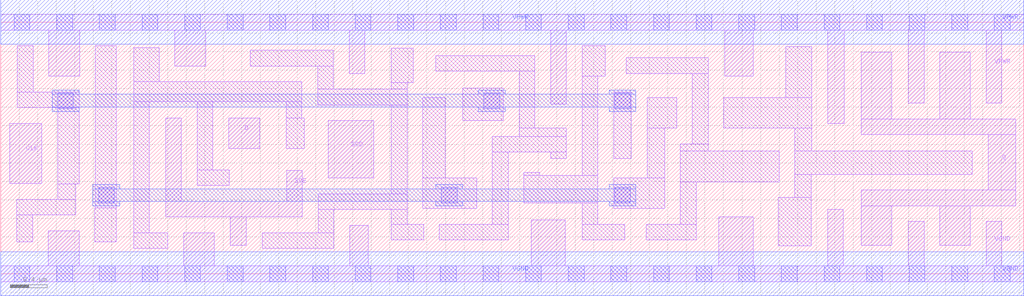
<source format=lef>
# Copyright 2020 The SkyWater PDK Authors
#
# Licensed under the Apache License, Version 2.0 (the "License");
# you may not use this file except in compliance with the License.
# You may obtain a copy of the License at
#
#     https://www.apache.org/licenses/LICENSE-2.0
#
# Unless required by applicable law or agreed to in writing, software
# distributed under the License is distributed on an "AS IS" BASIS,
# WITHOUT WARRANTIES OR CONDITIONS OF ANY KIND, either express or implied.
# See the License for the specific language governing permissions and
# limitations under the License.
#
# SPDX-License-Identifier: Apache-2.0

VERSION 5.7 ;
  NAMESCASESENSITIVE ON ;
  NOWIREEXTENSIONATPIN ON ;
  DIVIDERCHAR "/" ;
  BUSBITCHARS "[]" ;
UNITS
  DATABASE MICRONS 200 ;
END UNITS
MACRO sky130_fd_sc_hd__sdfxtp_4
  CLASS CORE ;
  SOURCE USER ;
  FOREIGN sky130_fd_sc_hd__sdfxtp_4 ;
  ORIGIN  0.000000  0.000000 ;
  SIZE  11.04000 BY  2.720000 ;
  SYMMETRY X Y R90 ;
  SITE unithd ;
  PIN D
    ANTENNAGATEAREA  0.159000 ;
    DIRECTION INPUT ;
    USE SIGNAL ;
    PORT
      LAYER li1 ;
        RECT 2.460000 1.355000 2.795000 1.685000 ;
    END
  END D
  PIN Q
    ANTENNADIFFAREA  0.891000 ;
    DIRECTION OUTPUT ;
    USE SIGNAL ;
    PORT
      LAYER li1 ;
        RECT  9.285000 0.305000  9.615000 0.735000 ;
        RECT  9.285000 0.735000 10.955000 0.905000 ;
        RECT  9.285000 1.505000 10.955000 1.675000 ;
        RECT  9.285000 1.675000  9.615000 2.395000 ;
        RECT 10.135000 0.305000 10.465000 0.735000 ;
        RECT 10.135000 1.675000 10.465000 2.395000 ;
        RECT 10.655000 0.905000 10.955000 1.505000 ;
    END
  END Q
  PIN SCD
    ANTENNAGATEAREA  0.159000 ;
    DIRECTION INPUT ;
    USE SIGNAL ;
    PORT
      LAYER li1 ;
        RECT 3.535000 1.035000 4.025000 1.655000 ;
    END
  END SCD
  PIN SCE
    ANTENNAGATEAREA  0.318000 ;
    DIRECTION INPUT ;
    USE SIGNAL ;
    PORT
      LAYER li1 ;
        RECT 1.780000 0.615000 3.255000 0.785000 ;
        RECT 1.780000 0.785000 1.950000 1.685000 ;
        RECT 2.475000 0.305000 2.650000 0.615000 ;
        RECT 3.085000 0.785000 3.255000 1.115000 ;
    END
  END SCE
  PIN CLK
    ANTENNAGATEAREA  0.159000 ;
    DIRECTION INPUT ;
    USE CLOCK ;
    PORT
      LAYER li1 ;
        RECT 0.095000 0.975000 0.445000 1.625000 ;
    END
  END CLK
  PIN VGND
    DIRECTION INOUT ;
    SHAPE ABUTMENT ;
    USE GROUND ;
    PORT
      LAYER li1 ;
        RECT  0.000000 -0.085000 11.040000 0.085000 ;
        RECT  0.515000  0.085000  0.845000 0.465000 ;
        RECT  1.975000  0.085000  2.305000 0.445000 ;
        RECT  3.765000  0.085000  3.965000 0.525000 ;
        RECT  5.725000  0.085000  6.095000 0.585000 ;
        RECT  7.750000  0.085000  8.120000 0.615000 ;
        RECT  8.925000  0.085000  9.095000 0.695000 ;
        RECT  9.795000  0.085000  9.965000 0.565000 ;
        RECT 10.635000  0.085000 10.805000 0.565000 ;
      LAYER mcon ;
        RECT  0.145000 -0.085000  0.315000 0.085000 ;
        RECT  0.605000 -0.085000  0.775000 0.085000 ;
        RECT  1.065000 -0.085000  1.235000 0.085000 ;
        RECT  1.525000 -0.085000  1.695000 0.085000 ;
        RECT  1.985000 -0.085000  2.155000 0.085000 ;
        RECT  2.445000 -0.085000  2.615000 0.085000 ;
        RECT  2.905000 -0.085000  3.075000 0.085000 ;
        RECT  3.365000 -0.085000  3.535000 0.085000 ;
        RECT  3.825000 -0.085000  3.995000 0.085000 ;
        RECT  4.285000 -0.085000  4.455000 0.085000 ;
        RECT  4.745000 -0.085000  4.915000 0.085000 ;
        RECT  5.205000 -0.085000  5.375000 0.085000 ;
        RECT  5.665000 -0.085000  5.835000 0.085000 ;
        RECT  6.125000 -0.085000  6.295000 0.085000 ;
        RECT  6.585000 -0.085000  6.755000 0.085000 ;
        RECT  7.045000 -0.085000  7.215000 0.085000 ;
        RECT  7.505000 -0.085000  7.675000 0.085000 ;
        RECT  7.965000 -0.085000  8.135000 0.085000 ;
        RECT  8.425000 -0.085000  8.595000 0.085000 ;
        RECT  8.885000 -0.085000  9.055000 0.085000 ;
        RECT  9.345000 -0.085000  9.515000 0.085000 ;
        RECT  9.805000 -0.085000  9.975000 0.085000 ;
        RECT 10.265000 -0.085000 10.435000 0.085000 ;
        RECT 10.725000 -0.085000 10.895000 0.085000 ;
      LAYER met1 ;
        RECT 0.000000 -0.240000 11.040000 0.240000 ;
    END
  END VGND
  PIN VPWR
    DIRECTION INOUT ;
    SHAPE ABUTMENT ;
    USE POWER ;
    PORT
      LAYER li1 ;
        RECT  0.000000 2.635000 11.040000 2.805000 ;
        RECT  0.520000 2.135000  0.850000 2.635000 ;
        RECT  1.880000 2.245000  2.210000 2.635000 ;
        RECT  3.760000 2.165000  3.930000 2.635000 ;
        RECT  5.935000 1.835000  6.105000 2.635000 ;
        RECT  7.815000 2.135000  8.120000 2.635000 ;
        RECT  8.925000 1.625000  9.105000 2.635000 ;
        RECT  9.795000 1.845000  9.965000 2.635000 ;
        RECT 10.635000 1.845000 10.805000 2.635000 ;
      LAYER mcon ;
        RECT  0.145000 2.635000  0.315000 2.805000 ;
        RECT  0.605000 2.635000  0.775000 2.805000 ;
        RECT  1.065000 2.635000  1.235000 2.805000 ;
        RECT  1.525000 2.635000  1.695000 2.805000 ;
        RECT  1.985000 2.635000  2.155000 2.805000 ;
        RECT  2.445000 2.635000  2.615000 2.805000 ;
        RECT  2.905000 2.635000  3.075000 2.805000 ;
        RECT  3.365000 2.635000  3.535000 2.805000 ;
        RECT  3.825000 2.635000  3.995000 2.805000 ;
        RECT  4.285000 2.635000  4.455000 2.805000 ;
        RECT  4.745000 2.635000  4.915000 2.805000 ;
        RECT  5.205000 2.635000  5.375000 2.805000 ;
        RECT  5.665000 2.635000  5.835000 2.805000 ;
        RECT  6.125000 2.635000  6.295000 2.805000 ;
        RECT  6.585000 2.635000  6.755000 2.805000 ;
        RECT  7.045000 2.635000  7.215000 2.805000 ;
        RECT  7.505000 2.635000  7.675000 2.805000 ;
        RECT  7.965000 2.635000  8.135000 2.805000 ;
        RECT  8.425000 2.635000  8.595000 2.805000 ;
        RECT  8.885000 2.635000  9.055000 2.805000 ;
        RECT  9.345000 2.635000  9.515000 2.805000 ;
        RECT  9.805000 2.635000  9.975000 2.805000 ;
        RECT 10.265000 2.635000 10.435000 2.805000 ;
        RECT 10.725000 2.635000 10.895000 2.805000 ;
      LAYER met1 ;
        RECT 0.000000 2.480000 11.040000 2.960000 ;
    END
  END VPWR
  OBS
    LAYER li1 ;
      RECT 0.175000 0.345000  0.345000 0.635000 ;
      RECT 0.175000 0.635000  0.810000 0.805000 ;
      RECT 0.180000 1.795000  0.845000 1.965000 ;
      RECT 0.180000 1.965000  0.350000 2.465000 ;
      RECT 0.615000 0.805000  0.810000 0.970000 ;
      RECT 0.615000 0.970000  0.845000 1.795000 ;
      RECT 1.015000 0.345000  1.245000 0.715000 ;
      RECT 1.020000 0.715000  1.245000 2.465000 ;
      RECT 1.435000 0.275000  1.805000 0.445000 ;
      RECT 1.435000 0.445000  1.605000 1.860000 ;
      RECT 1.435000 1.860000  3.250000 2.075000 ;
      RECT 1.435000 2.075000  1.710000 2.445000 ;
      RECT 2.120000 0.955000  2.465000 1.125000 ;
      RECT 2.120000 1.125000  2.290000 1.860000 ;
      RECT 2.695000 2.245000  3.590000 2.415000 ;
      RECT 2.820000 0.275000  3.595000 0.445000 ;
      RECT 3.080000 1.355000  3.275000 1.685000 ;
      RECT 3.080000 1.685000  3.250000 1.860000 ;
      RECT 3.420000 1.825000  4.385000 1.995000 ;
      RECT 3.420000 1.995000  3.590000 2.245000 ;
      RECT 3.425000 0.445000  3.595000 0.695000 ;
      RECT 3.425000 0.695000  4.385000 0.865000 ;
      RECT 4.215000 0.365000  4.565000 0.535000 ;
      RECT 4.215000 0.535000  4.385000 0.695000 ;
      RECT 4.215000 0.865000  4.385000 1.825000 ;
      RECT 4.215000 1.995000  4.385000 2.065000 ;
      RECT 4.215000 2.065000  4.450000 2.440000 ;
      RECT 4.555000 0.705000  5.135000 1.035000 ;
      RECT 4.555000 1.035000  4.795000 1.905000 ;
      RECT 4.695000 2.190000  5.765000 2.360000 ;
      RECT 4.735000 0.365000  5.475000 0.535000 ;
      RECT 4.985000 1.655000  5.425000 2.010000 ;
      RECT 5.305000 0.535000  5.475000 1.315000 ;
      RECT 5.305000 1.315000  6.105000 1.485000 ;
      RECT 5.595000 1.485000  6.105000 1.575000 ;
      RECT 5.595000 1.575000  5.765000 2.190000 ;
      RECT 5.645000 0.765000  6.445000 1.065000 ;
      RECT 5.645000 1.065000  5.815000 1.095000 ;
      RECT 5.935000 1.245000  6.105000 1.315000 ;
      RECT 6.275000 0.365000  6.735000 0.535000 ;
      RECT 6.275000 0.535000  6.445000 0.765000 ;
      RECT 6.275000 1.065000  6.445000 2.135000 ;
      RECT 6.275000 2.135000  6.525000 2.465000 ;
      RECT 6.615000 0.705000  7.165000 1.035000 ;
      RECT 6.615000 1.245000  6.805000 1.965000 ;
      RECT 6.750000 2.165000  7.635000 2.335000 ;
      RECT 6.965000 0.365000  7.505000 0.535000 ;
      RECT 6.975000 1.035000  7.165000 1.575000 ;
      RECT 6.975000 1.575000  7.295000 1.905000 ;
      RECT 7.335000 0.535000  7.505000 0.995000 ;
      RECT 7.335000 0.995000  8.400000 1.325000 ;
      RECT 7.335000 1.325000  7.635000 1.405000 ;
      RECT 7.465000 1.405000  7.635000 2.165000 ;
      RECT 7.805000 1.575000  8.755000 1.905000 ;
      RECT 8.390000 0.300000  8.750000 0.825000 ;
      RECT 8.470000 1.905000  8.755000 2.455000 ;
      RECT 8.570000 0.825000  8.750000 1.075000 ;
      RECT 8.570000 1.075000 10.485000 1.325000 ;
      RECT 8.570000 1.325000  8.755000 1.575000 ;
    LAYER mcon ;
      RECT 0.615000 1.785000 0.785000 1.955000 ;
      RECT 1.055000 0.765000 1.225000 0.935000 ;
      RECT 4.755000 0.765000 4.925000 0.935000 ;
      RECT 5.215000 1.785000 5.385000 1.955000 ;
      RECT 6.625000 0.765000 6.795000 0.935000 ;
      RECT 6.625000 1.785000 6.795000 1.955000 ;
    LAYER met1 ;
      RECT 0.555000 1.755000 0.845000 1.800000 ;
      RECT 0.555000 1.800000 6.855000 1.940000 ;
      RECT 0.555000 1.940000 0.845000 1.985000 ;
      RECT 0.995000 0.735000 1.285000 0.780000 ;
      RECT 0.995000 0.780000 6.855000 0.920000 ;
      RECT 0.995000 0.920000 1.285000 0.965000 ;
      RECT 4.695000 0.735000 4.985000 0.780000 ;
      RECT 4.695000 0.920000 4.985000 0.965000 ;
      RECT 5.155000 1.755000 5.445000 1.800000 ;
      RECT 5.155000 1.940000 5.445000 1.985000 ;
      RECT 6.565000 0.735000 6.855000 0.780000 ;
      RECT 6.565000 0.920000 6.855000 0.965000 ;
      RECT 6.565000 1.755000 6.855000 1.800000 ;
      RECT 6.565000 1.940000 6.855000 1.985000 ;
  END
END sky130_fd_sc_hd__sdfxtp_4

</source>
